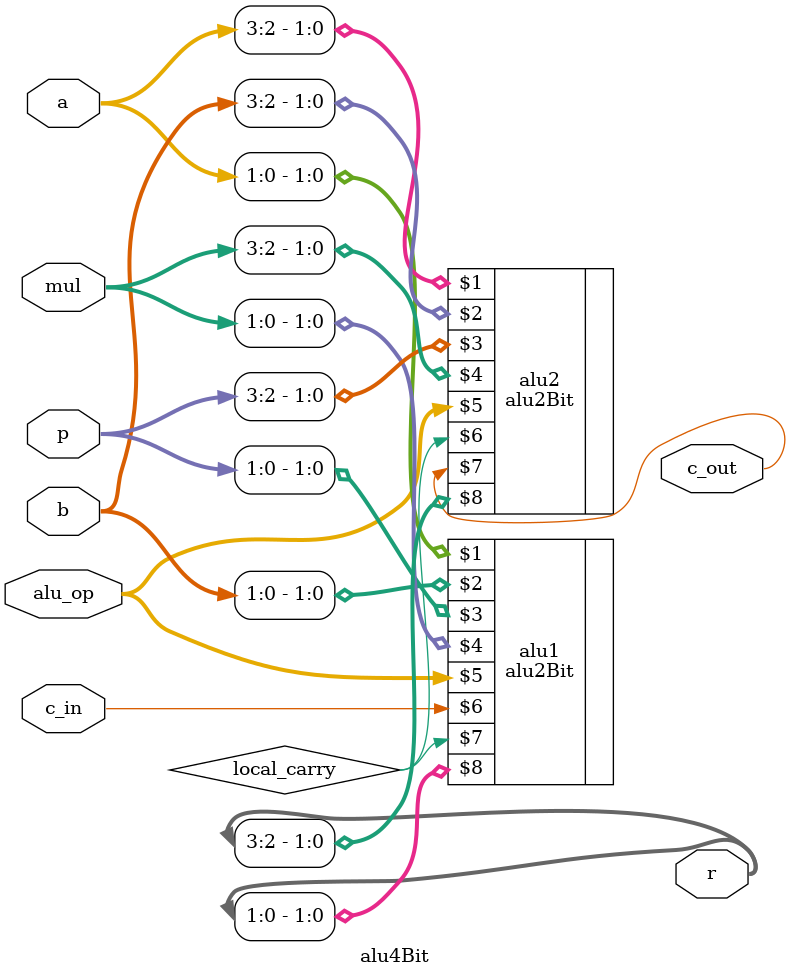
<source format=v>
module alu4Bit(input [3:0]a, b ,p,mul,input [2:0] alu_op ,input c_in,output c_out, output [3:0]r);
wire local_carry;
alu2Bit alu1(a[1:0],b[1:0],p[1:0],mul[1:0],alu_op,c_in,local_carry,r[1:0]);
alu2Bit alu2(a[3:2],b[3:2],p[3:2],mul[3:2],alu_op,local_carry,c_out,r[3:2]);

endmodule

</source>
